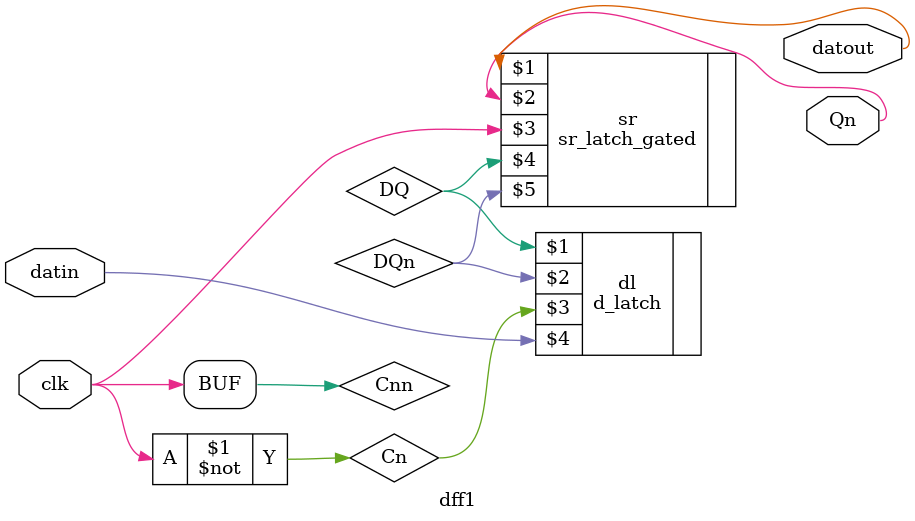
<source format=v>
module dff1(datout, Qn, clk, datin);
   output datout;
   output Qn;
   input  clk;
   input  datin;

   wire   Cn;   // Control input to the D latch.
   wire   Cnn;  // Control input to the SR latch.
   wire   DQ;   // Output from the D latch, input to the gated SR latch.
   wire   DQn;  // Output from the D latch, input to the gated SR latch.
   
   not(Cn, clk);
   not(Cnn, Cn);   
   d_latch dl(DQ, DQn, Cn, datin);
   sr_latch_gated sr(datout, Qn, Cnn, DQ, DQn);   
endmodule // d_flip_flop_edge_triggered
</source>
